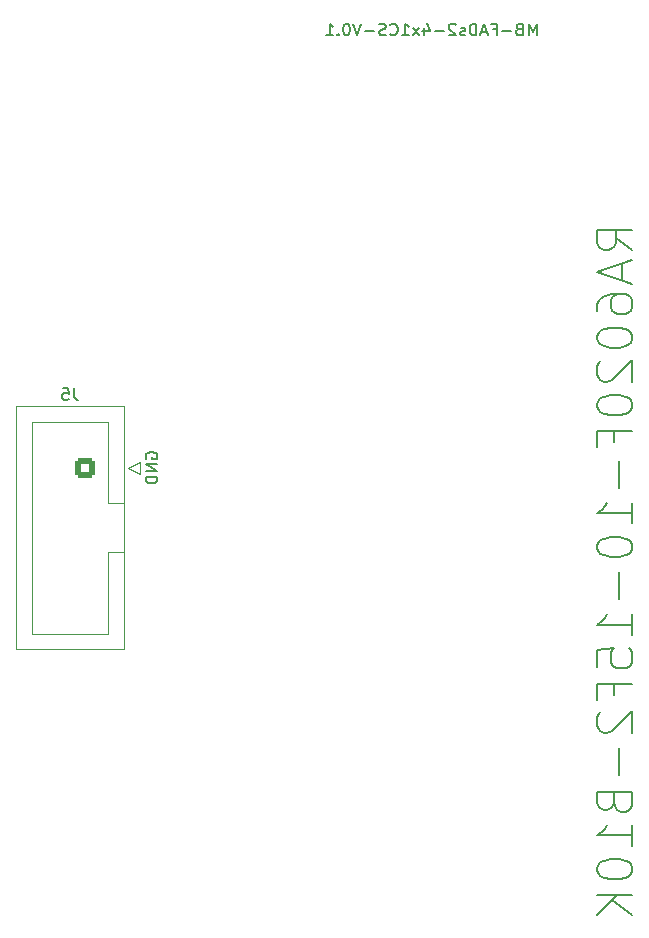
<source format=gbo>
G04 #@! TF.GenerationSoftware,KiCad,Pcbnew,(7.0.0)*
G04 #@! TF.CreationDate,2023-05-18T23:50:50+02:00*
G04 #@! TF.ProjectId,Fad_2,4661645f-322e-46b6-9963-61645f706362,rev?*
G04 #@! TF.SameCoordinates,Original*
G04 #@! TF.FileFunction,Legend,Bot*
G04 #@! TF.FilePolarity,Positive*
%FSLAX46Y46*%
G04 Gerber Fmt 4.6, Leading zero omitted, Abs format (unit mm)*
G04 Created by KiCad (PCBNEW (7.0.0)) date 2023-05-18 23:50:50*
%MOMM*%
%LPD*%
G01*
G04 APERTURE LIST*
G04 Aperture macros list*
%AMRoundRect*
0 Rectangle with rounded corners*
0 $1 Rounding radius*
0 $2 $3 $4 $5 $6 $7 $8 $9 X,Y pos of 4 corners*
0 Add a 4 corners polygon primitive as box body*
4,1,4,$2,$3,$4,$5,$6,$7,$8,$9,$2,$3,0*
0 Add four circle primitives for the rounded corners*
1,1,$1+$1,$2,$3*
1,1,$1+$1,$4,$5*
1,1,$1+$1,$6,$7*
1,1,$1+$1,$8,$9*
0 Add four rect primitives between the rounded corners*
20,1,$1+$1,$2,$3,$4,$5,0*
20,1,$1+$1,$4,$5,$6,$7,0*
20,1,$1+$1,$6,$7,$8,$9,0*
20,1,$1+$1,$8,$9,$2,$3,0*%
G04 Aperture macros list end*
%ADD10C,0.150000*%
%ADD11C,0.120000*%
%ADD12C,4.000000*%
%ADD13C,3.200000*%
%ADD14RoundRect,0.250000X0.600000X0.600000X-0.600000X0.600000X-0.600000X-0.600000X0.600000X-0.600000X0*%
%ADD15C,1.700000*%
G04 APERTURE END LIST*
D10*
X172602142Y-71485712D02*
X171173571Y-70485712D01*
X172602142Y-69771426D02*
X169602142Y-69771426D01*
X169602142Y-69771426D02*
X169602142Y-70914283D01*
X169602142Y-70914283D02*
X169745000Y-71199998D01*
X169745000Y-71199998D02*
X169887857Y-71342855D01*
X169887857Y-71342855D02*
X170173571Y-71485712D01*
X170173571Y-71485712D02*
X170602142Y-71485712D01*
X170602142Y-71485712D02*
X170887857Y-71342855D01*
X170887857Y-71342855D02*
X171030714Y-71199998D01*
X171030714Y-71199998D02*
X171173571Y-70914283D01*
X171173571Y-70914283D02*
X171173571Y-69771426D01*
X171745000Y-72628569D02*
X171745000Y-74057141D01*
X172602142Y-72342855D02*
X169602142Y-73342855D01*
X169602142Y-73342855D02*
X172602142Y-74342855D01*
X169602142Y-76628570D02*
X169602142Y-76057141D01*
X169602142Y-76057141D02*
X169745000Y-75771427D01*
X169745000Y-75771427D02*
X169887857Y-75628570D01*
X169887857Y-75628570D02*
X170316428Y-75342855D01*
X170316428Y-75342855D02*
X170887857Y-75199998D01*
X170887857Y-75199998D02*
X172030714Y-75199998D01*
X172030714Y-75199998D02*
X172316428Y-75342855D01*
X172316428Y-75342855D02*
X172459285Y-75485712D01*
X172459285Y-75485712D02*
X172602142Y-75771427D01*
X172602142Y-75771427D02*
X172602142Y-76342855D01*
X172602142Y-76342855D02*
X172459285Y-76628570D01*
X172459285Y-76628570D02*
X172316428Y-76771427D01*
X172316428Y-76771427D02*
X172030714Y-76914284D01*
X172030714Y-76914284D02*
X171316428Y-76914284D01*
X171316428Y-76914284D02*
X171030714Y-76771427D01*
X171030714Y-76771427D02*
X170887857Y-76628570D01*
X170887857Y-76628570D02*
X170745000Y-76342855D01*
X170745000Y-76342855D02*
X170745000Y-75771427D01*
X170745000Y-75771427D02*
X170887857Y-75485712D01*
X170887857Y-75485712D02*
X171030714Y-75342855D01*
X171030714Y-75342855D02*
X171316428Y-75199998D01*
X169602142Y-78771427D02*
X169602142Y-79057141D01*
X169602142Y-79057141D02*
X169745000Y-79342855D01*
X169745000Y-79342855D02*
X169887857Y-79485713D01*
X169887857Y-79485713D02*
X170173571Y-79628570D01*
X170173571Y-79628570D02*
X170745000Y-79771427D01*
X170745000Y-79771427D02*
X171459285Y-79771427D01*
X171459285Y-79771427D02*
X172030714Y-79628570D01*
X172030714Y-79628570D02*
X172316428Y-79485713D01*
X172316428Y-79485713D02*
X172459285Y-79342855D01*
X172459285Y-79342855D02*
X172602142Y-79057141D01*
X172602142Y-79057141D02*
X172602142Y-78771427D01*
X172602142Y-78771427D02*
X172459285Y-78485713D01*
X172459285Y-78485713D02*
X172316428Y-78342855D01*
X172316428Y-78342855D02*
X172030714Y-78199998D01*
X172030714Y-78199998D02*
X171459285Y-78057141D01*
X171459285Y-78057141D02*
X170745000Y-78057141D01*
X170745000Y-78057141D02*
X170173571Y-78199998D01*
X170173571Y-78199998D02*
X169887857Y-78342855D01*
X169887857Y-78342855D02*
X169745000Y-78485713D01*
X169745000Y-78485713D02*
X169602142Y-78771427D01*
X169887857Y-80914284D02*
X169745000Y-81057141D01*
X169745000Y-81057141D02*
X169602142Y-81342856D01*
X169602142Y-81342856D02*
X169602142Y-82057141D01*
X169602142Y-82057141D02*
X169745000Y-82342856D01*
X169745000Y-82342856D02*
X169887857Y-82485713D01*
X169887857Y-82485713D02*
X170173571Y-82628570D01*
X170173571Y-82628570D02*
X170459285Y-82628570D01*
X170459285Y-82628570D02*
X170887857Y-82485713D01*
X170887857Y-82485713D02*
X172602142Y-80771427D01*
X172602142Y-80771427D02*
X172602142Y-82628570D01*
X169602142Y-84485713D02*
X169602142Y-84771427D01*
X169602142Y-84771427D02*
X169745000Y-85057141D01*
X169745000Y-85057141D02*
X169887857Y-85199999D01*
X169887857Y-85199999D02*
X170173571Y-85342856D01*
X170173571Y-85342856D02*
X170745000Y-85485713D01*
X170745000Y-85485713D02*
X171459285Y-85485713D01*
X171459285Y-85485713D02*
X172030714Y-85342856D01*
X172030714Y-85342856D02*
X172316428Y-85199999D01*
X172316428Y-85199999D02*
X172459285Y-85057141D01*
X172459285Y-85057141D02*
X172602142Y-84771427D01*
X172602142Y-84771427D02*
X172602142Y-84485713D01*
X172602142Y-84485713D02*
X172459285Y-84199999D01*
X172459285Y-84199999D02*
X172316428Y-84057141D01*
X172316428Y-84057141D02*
X172030714Y-83914284D01*
X172030714Y-83914284D02*
X171459285Y-83771427D01*
X171459285Y-83771427D02*
X170745000Y-83771427D01*
X170745000Y-83771427D02*
X170173571Y-83914284D01*
X170173571Y-83914284D02*
X169887857Y-84057141D01*
X169887857Y-84057141D02*
X169745000Y-84199999D01*
X169745000Y-84199999D02*
X169602142Y-84485713D01*
X171030714Y-87771427D02*
X171030714Y-86771427D01*
X172602142Y-86771427D02*
X169602142Y-86771427D01*
X169602142Y-86771427D02*
X169602142Y-88199999D01*
X171459285Y-89342856D02*
X171459285Y-91628571D01*
X172602142Y-94628571D02*
X172602142Y-92914285D01*
X172602142Y-93771428D02*
X169602142Y-93771428D01*
X169602142Y-93771428D02*
X170030714Y-93485714D01*
X170030714Y-93485714D02*
X170316428Y-93199999D01*
X170316428Y-93199999D02*
X170459285Y-92914285D01*
X169602142Y-96485714D02*
X169602142Y-96771428D01*
X169602142Y-96771428D02*
X169745000Y-97057142D01*
X169745000Y-97057142D02*
X169887857Y-97200000D01*
X169887857Y-97200000D02*
X170173571Y-97342857D01*
X170173571Y-97342857D02*
X170745000Y-97485714D01*
X170745000Y-97485714D02*
X171459285Y-97485714D01*
X171459285Y-97485714D02*
X172030714Y-97342857D01*
X172030714Y-97342857D02*
X172316428Y-97200000D01*
X172316428Y-97200000D02*
X172459285Y-97057142D01*
X172459285Y-97057142D02*
X172602142Y-96771428D01*
X172602142Y-96771428D02*
X172602142Y-96485714D01*
X172602142Y-96485714D02*
X172459285Y-96200000D01*
X172459285Y-96200000D02*
X172316428Y-96057142D01*
X172316428Y-96057142D02*
X172030714Y-95914285D01*
X172030714Y-95914285D02*
X171459285Y-95771428D01*
X171459285Y-95771428D02*
X170745000Y-95771428D01*
X170745000Y-95771428D02*
X170173571Y-95914285D01*
X170173571Y-95914285D02*
X169887857Y-96057142D01*
X169887857Y-96057142D02*
X169745000Y-96200000D01*
X169745000Y-96200000D02*
X169602142Y-96485714D01*
X171459285Y-98771428D02*
X171459285Y-101057143D01*
X172602142Y-104057143D02*
X172602142Y-102342857D01*
X172602142Y-103200000D02*
X169602142Y-103200000D01*
X169602142Y-103200000D02*
X170030714Y-102914286D01*
X170030714Y-102914286D02*
X170316428Y-102628571D01*
X170316428Y-102628571D02*
X170459285Y-102342857D01*
X169602142Y-106771429D02*
X169602142Y-105342857D01*
X169602142Y-105342857D02*
X171030714Y-105200000D01*
X171030714Y-105200000D02*
X170887857Y-105342857D01*
X170887857Y-105342857D02*
X170745000Y-105628572D01*
X170745000Y-105628572D02*
X170745000Y-106342857D01*
X170745000Y-106342857D02*
X170887857Y-106628572D01*
X170887857Y-106628572D02*
X171030714Y-106771429D01*
X171030714Y-106771429D02*
X171316428Y-106914286D01*
X171316428Y-106914286D02*
X172030714Y-106914286D01*
X172030714Y-106914286D02*
X172316428Y-106771429D01*
X172316428Y-106771429D02*
X172459285Y-106628572D01*
X172459285Y-106628572D02*
X172602142Y-106342857D01*
X172602142Y-106342857D02*
X172602142Y-105628572D01*
X172602142Y-105628572D02*
X172459285Y-105342857D01*
X172459285Y-105342857D02*
X172316428Y-105200000D01*
X171030714Y-109200000D02*
X171030714Y-108200000D01*
X172602142Y-108200000D02*
X169602142Y-108200000D01*
X169602142Y-108200000D02*
X169602142Y-109628572D01*
X169887857Y-110628572D02*
X169745000Y-110771429D01*
X169745000Y-110771429D02*
X169602142Y-111057144D01*
X169602142Y-111057144D02*
X169602142Y-111771429D01*
X169602142Y-111771429D02*
X169745000Y-112057144D01*
X169745000Y-112057144D02*
X169887857Y-112200001D01*
X169887857Y-112200001D02*
X170173571Y-112342858D01*
X170173571Y-112342858D02*
X170459285Y-112342858D01*
X170459285Y-112342858D02*
X170887857Y-112200001D01*
X170887857Y-112200001D02*
X172602142Y-110485715D01*
X172602142Y-110485715D02*
X172602142Y-112342858D01*
X171459285Y-113628572D02*
X171459285Y-115914287D01*
X171030714Y-118342858D02*
X171173571Y-118771430D01*
X171173571Y-118771430D02*
X171316428Y-118914287D01*
X171316428Y-118914287D02*
X171602142Y-119057144D01*
X171602142Y-119057144D02*
X172030714Y-119057144D01*
X172030714Y-119057144D02*
X172316428Y-118914287D01*
X172316428Y-118914287D02*
X172459285Y-118771430D01*
X172459285Y-118771430D02*
X172602142Y-118485715D01*
X172602142Y-118485715D02*
X172602142Y-117342858D01*
X172602142Y-117342858D02*
X169602142Y-117342858D01*
X169602142Y-117342858D02*
X169602142Y-118342858D01*
X169602142Y-118342858D02*
X169745000Y-118628573D01*
X169745000Y-118628573D02*
X169887857Y-118771430D01*
X169887857Y-118771430D02*
X170173571Y-118914287D01*
X170173571Y-118914287D02*
X170459285Y-118914287D01*
X170459285Y-118914287D02*
X170745000Y-118771430D01*
X170745000Y-118771430D02*
X170887857Y-118628573D01*
X170887857Y-118628573D02*
X171030714Y-118342858D01*
X171030714Y-118342858D02*
X171030714Y-117342858D01*
X172602142Y-121914287D02*
X172602142Y-120200001D01*
X172602142Y-121057144D02*
X169602142Y-121057144D01*
X169602142Y-121057144D02*
X170030714Y-120771430D01*
X170030714Y-120771430D02*
X170316428Y-120485715D01*
X170316428Y-120485715D02*
X170459285Y-120200001D01*
X169602142Y-123771430D02*
X169602142Y-124057144D01*
X169602142Y-124057144D02*
X169745000Y-124342858D01*
X169745000Y-124342858D02*
X169887857Y-124485716D01*
X169887857Y-124485716D02*
X170173571Y-124628573D01*
X170173571Y-124628573D02*
X170745000Y-124771430D01*
X170745000Y-124771430D02*
X171459285Y-124771430D01*
X171459285Y-124771430D02*
X172030714Y-124628573D01*
X172030714Y-124628573D02*
X172316428Y-124485716D01*
X172316428Y-124485716D02*
X172459285Y-124342858D01*
X172459285Y-124342858D02*
X172602142Y-124057144D01*
X172602142Y-124057144D02*
X172602142Y-123771430D01*
X172602142Y-123771430D02*
X172459285Y-123485716D01*
X172459285Y-123485716D02*
X172316428Y-123342858D01*
X172316428Y-123342858D02*
X172030714Y-123200001D01*
X172030714Y-123200001D02*
X171459285Y-123057144D01*
X171459285Y-123057144D02*
X170745000Y-123057144D01*
X170745000Y-123057144D02*
X170173571Y-123200001D01*
X170173571Y-123200001D02*
X169887857Y-123342858D01*
X169887857Y-123342858D02*
X169745000Y-123485716D01*
X169745000Y-123485716D02*
X169602142Y-123771430D01*
X172602142Y-126057144D02*
X169602142Y-126057144D01*
X172602142Y-127771430D02*
X170887857Y-126485716D01*
X169602142Y-127771430D02*
X171316428Y-126057144D01*
X131430000Y-89161904D02*
X131382380Y-89066666D01*
X131382380Y-89066666D02*
X131382380Y-88923809D01*
X131382380Y-88923809D02*
X131430000Y-88780952D01*
X131430000Y-88780952D02*
X131525238Y-88685714D01*
X131525238Y-88685714D02*
X131620476Y-88638095D01*
X131620476Y-88638095D02*
X131810952Y-88590476D01*
X131810952Y-88590476D02*
X131953809Y-88590476D01*
X131953809Y-88590476D02*
X132144285Y-88638095D01*
X132144285Y-88638095D02*
X132239523Y-88685714D01*
X132239523Y-88685714D02*
X132334761Y-88780952D01*
X132334761Y-88780952D02*
X132382380Y-88923809D01*
X132382380Y-88923809D02*
X132382380Y-89019047D01*
X132382380Y-89019047D02*
X132334761Y-89161904D01*
X132334761Y-89161904D02*
X132287142Y-89209523D01*
X132287142Y-89209523D02*
X131953809Y-89209523D01*
X131953809Y-89209523D02*
X131953809Y-89019047D01*
X132382380Y-89638095D02*
X131382380Y-89638095D01*
X131382380Y-89638095D02*
X132382380Y-90209523D01*
X132382380Y-90209523D02*
X131382380Y-90209523D01*
X132382380Y-90685714D02*
X131382380Y-90685714D01*
X131382380Y-90685714D02*
X131382380Y-90923809D01*
X131382380Y-90923809D02*
X131430000Y-91066666D01*
X131430000Y-91066666D02*
X131525238Y-91161904D01*
X131525238Y-91161904D02*
X131620476Y-91209523D01*
X131620476Y-91209523D02*
X131810952Y-91257142D01*
X131810952Y-91257142D02*
X131953809Y-91257142D01*
X131953809Y-91257142D02*
X132144285Y-91209523D01*
X132144285Y-91209523D02*
X132239523Y-91161904D01*
X132239523Y-91161904D02*
X132334761Y-91066666D01*
X132334761Y-91066666D02*
X132382380Y-90923809D01*
X132382380Y-90923809D02*
X132382380Y-90685714D01*
X164480951Y-53317380D02*
X164480951Y-52317380D01*
X164480951Y-52317380D02*
X164147618Y-53031666D01*
X164147618Y-53031666D02*
X163814285Y-52317380D01*
X163814285Y-52317380D02*
X163814285Y-53317380D01*
X163004761Y-52793571D02*
X162861904Y-52841190D01*
X162861904Y-52841190D02*
X162814285Y-52888809D01*
X162814285Y-52888809D02*
X162766666Y-52984047D01*
X162766666Y-52984047D02*
X162766666Y-53126904D01*
X162766666Y-53126904D02*
X162814285Y-53222142D01*
X162814285Y-53222142D02*
X162861904Y-53269761D01*
X162861904Y-53269761D02*
X162957142Y-53317380D01*
X162957142Y-53317380D02*
X163338094Y-53317380D01*
X163338094Y-53317380D02*
X163338094Y-52317380D01*
X163338094Y-52317380D02*
X163004761Y-52317380D01*
X163004761Y-52317380D02*
X162909523Y-52365000D01*
X162909523Y-52365000D02*
X162861904Y-52412619D01*
X162861904Y-52412619D02*
X162814285Y-52507857D01*
X162814285Y-52507857D02*
X162814285Y-52603095D01*
X162814285Y-52603095D02*
X162861904Y-52698333D01*
X162861904Y-52698333D02*
X162909523Y-52745952D01*
X162909523Y-52745952D02*
X163004761Y-52793571D01*
X163004761Y-52793571D02*
X163338094Y-52793571D01*
X162338094Y-52936428D02*
X161576190Y-52936428D01*
X160766666Y-52793571D02*
X161099999Y-52793571D01*
X161099999Y-53317380D02*
X161099999Y-52317380D01*
X161099999Y-52317380D02*
X160623809Y-52317380D01*
X160290475Y-53031666D02*
X159814285Y-53031666D01*
X160385713Y-53317380D02*
X160052380Y-52317380D01*
X160052380Y-52317380D02*
X159719047Y-53317380D01*
X159385713Y-53317380D02*
X159385713Y-52317380D01*
X159385713Y-52317380D02*
X159147618Y-52317380D01*
X159147618Y-52317380D02*
X159004761Y-52365000D01*
X159004761Y-52365000D02*
X158909523Y-52460238D01*
X158909523Y-52460238D02*
X158861904Y-52555476D01*
X158861904Y-52555476D02*
X158814285Y-52745952D01*
X158814285Y-52745952D02*
X158814285Y-52888809D01*
X158814285Y-52888809D02*
X158861904Y-53079285D01*
X158861904Y-53079285D02*
X158909523Y-53174523D01*
X158909523Y-53174523D02*
X159004761Y-53269761D01*
X159004761Y-53269761D02*
X159147618Y-53317380D01*
X159147618Y-53317380D02*
X159385713Y-53317380D01*
X158433332Y-53269761D02*
X158338094Y-53317380D01*
X158338094Y-53317380D02*
X158147618Y-53317380D01*
X158147618Y-53317380D02*
X158052380Y-53269761D01*
X158052380Y-53269761D02*
X158004761Y-53174523D01*
X158004761Y-53174523D02*
X158004761Y-53126904D01*
X158004761Y-53126904D02*
X158052380Y-53031666D01*
X158052380Y-53031666D02*
X158147618Y-52984047D01*
X158147618Y-52984047D02*
X158290475Y-52984047D01*
X158290475Y-52984047D02*
X158385713Y-52936428D01*
X158385713Y-52936428D02*
X158433332Y-52841190D01*
X158433332Y-52841190D02*
X158433332Y-52793571D01*
X158433332Y-52793571D02*
X158385713Y-52698333D01*
X158385713Y-52698333D02*
X158290475Y-52650714D01*
X158290475Y-52650714D02*
X158147618Y-52650714D01*
X158147618Y-52650714D02*
X158052380Y-52698333D01*
X157623808Y-52412619D02*
X157576189Y-52365000D01*
X157576189Y-52365000D02*
X157480951Y-52317380D01*
X157480951Y-52317380D02*
X157242856Y-52317380D01*
X157242856Y-52317380D02*
X157147618Y-52365000D01*
X157147618Y-52365000D02*
X157099999Y-52412619D01*
X157099999Y-52412619D02*
X157052380Y-52507857D01*
X157052380Y-52507857D02*
X157052380Y-52603095D01*
X157052380Y-52603095D02*
X157099999Y-52745952D01*
X157099999Y-52745952D02*
X157671427Y-53317380D01*
X157671427Y-53317380D02*
X157052380Y-53317380D01*
X156623808Y-52936428D02*
X155861904Y-52936428D01*
X154957142Y-52650714D02*
X154957142Y-53317380D01*
X155195237Y-52269761D02*
X155433332Y-52984047D01*
X155433332Y-52984047D02*
X154814285Y-52984047D01*
X154528570Y-53317380D02*
X154004761Y-52650714D01*
X154528570Y-52650714D02*
X154004761Y-53317380D01*
X153099999Y-53317380D02*
X153671427Y-53317380D01*
X153385713Y-53317380D02*
X153385713Y-52317380D01*
X153385713Y-52317380D02*
X153480951Y-52460238D01*
X153480951Y-52460238D02*
X153576189Y-52555476D01*
X153576189Y-52555476D02*
X153671427Y-52603095D01*
X152099999Y-53222142D02*
X152147618Y-53269761D01*
X152147618Y-53269761D02*
X152290475Y-53317380D01*
X152290475Y-53317380D02*
X152385713Y-53317380D01*
X152385713Y-53317380D02*
X152528570Y-53269761D01*
X152528570Y-53269761D02*
X152623808Y-53174523D01*
X152623808Y-53174523D02*
X152671427Y-53079285D01*
X152671427Y-53079285D02*
X152719046Y-52888809D01*
X152719046Y-52888809D02*
X152719046Y-52745952D01*
X152719046Y-52745952D02*
X152671427Y-52555476D01*
X152671427Y-52555476D02*
X152623808Y-52460238D01*
X152623808Y-52460238D02*
X152528570Y-52365000D01*
X152528570Y-52365000D02*
X152385713Y-52317380D01*
X152385713Y-52317380D02*
X152290475Y-52317380D01*
X152290475Y-52317380D02*
X152147618Y-52365000D01*
X152147618Y-52365000D02*
X152099999Y-52412619D01*
X151719046Y-53269761D02*
X151576189Y-53317380D01*
X151576189Y-53317380D02*
X151338094Y-53317380D01*
X151338094Y-53317380D02*
X151242856Y-53269761D01*
X151242856Y-53269761D02*
X151195237Y-53222142D01*
X151195237Y-53222142D02*
X151147618Y-53126904D01*
X151147618Y-53126904D02*
X151147618Y-53031666D01*
X151147618Y-53031666D02*
X151195237Y-52936428D01*
X151195237Y-52936428D02*
X151242856Y-52888809D01*
X151242856Y-52888809D02*
X151338094Y-52841190D01*
X151338094Y-52841190D02*
X151528570Y-52793571D01*
X151528570Y-52793571D02*
X151623808Y-52745952D01*
X151623808Y-52745952D02*
X151671427Y-52698333D01*
X151671427Y-52698333D02*
X151719046Y-52603095D01*
X151719046Y-52603095D02*
X151719046Y-52507857D01*
X151719046Y-52507857D02*
X151671427Y-52412619D01*
X151671427Y-52412619D02*
X151623808Y-52365000D01*
X151623808Y-52365000D02*
X151528570Y-52317380D01*
X151528570Y-52317380D02*
X151290475Y-52317380D01*
X151290475Y-52317380D02*
X151147618Y-52365000D01*
X150719046Y-52936428D02*
X149957142Y-52936428D01*
X149623808Y-52317380D02*
X149290475Y-53317380D01*
X149290475Y-53317380D02*
X148957142Y-52317380D01*
X148433332Y-52317380D02*
X148338094Y-52317380D01*
X148338094Y-52317380D02*
X148242856Y-52365000D01*
X148242856Y-52365000D02*
X148195237Y-52412619D01*
X148195237Y-52412619D02*
X148147618Y-52507857D01*
X148147618Y-52507857D02*
X148099999Y-52698333D01*
X148099999Y-52698333D02*
X148099999Y-52936428D01*
X148099999Y-52936428D02*
X148147618Y-53126904D01*
X148147618Y-53126904D02*
X148195237Y-53222142D01*
X148195237Y-53222142D02*
X148242856Y-53269761D01*
X148242856Y-53269761D02*
X148338094Y-53317380D01*
X148338094Y-53317380D02*
X148433332Y-53317380D01*
X148433332Y-53317380D02*
X148528570Y-53269761D01*
X148528570Y-53269761D02*
X148576189Y-53222142D01*
X148576189Y-53222142D02*
X148623808Y-53126904D01*
X148623808Y-53126904D02*
X148671427Y-52936428D01*
X148671427Y-52936428D02*
X148671427Y-52698333D01*
X148671427Y-52698333D02*
X148623808Y-52507857D01*
X148623808Y-52507857D02*
X148576189Y-52412619D01*
X148576189Y-52412619D02*
X148528570Y-52365000D01*
X148528570Y-52365000D02*
X148433332Y-52317380D01*
X147671427Y-53222142D02*
X147623808Y-53269761D01*
X147623808Y-53269761D02*
X147671427Y-53317380D01*
X147671427Y-53317380D02*
X147719046Y-53269761D01*
X147719046Y-53269761D02*
X147671427Y-53222142D01*
X147671427Y-53222142D02*
X147671427Y-53317380D01*
X146671428Y-53317380D02*
X147242856Y-53317380D01*
X146957142Y-53317380D02*
X146957142Y-52317380D01*
X146957142Y-52317380D02*
X147052380Y-52460238D01*
X147052380Y-52460238D02*
X147147618Y-52555476D01*
X147147618Y-52555476D02*
X147242856Y-52603095D01*
X125315833Y-83187380D02*
X125315833Y-83901666D01*
X125315833Y-83901666D02*
X125363452Y-84044523D01*
X125363452Y-84044523D02*
X125458690Y-84139761D01*
X125458690Y-84139761D02*
X125601547Y-84187380D01*
X125601547Y-84187380D02*
X125696785Y-84187380D01*
X124363452Y-83187380D02*
X124839642Y-83187380D01*
X124839642Y-83187380D02*
X124887261Y-83663571D01*
X124887261Y-83663571D02*
X124839642Y-83615952D01*
X124839642Y-83615952D02*
X124744404Y-83568333D01*
X124744404Y-83568333D02*
X124506309Y-83568333D01*
X124506309Y-83568333D02*
X124411071Y-83615952D01*
X124411071Y-83615952D02*
X124363452Y-83663571D01*
X124363452Y-83663571D02*
X124315833Y-83758809D01*
X124315833Y-83758809D02*
X124315833Y-83996904D01*
X124315833Y-83996904D02*
X124363452Y-84092142D01*
X124363452Y-84092142D02*
X124411071Y-84139761D01*
X124411071Y-84139761D02*
X124506309Y-84187380D01*
X124506309Y-84187380D02*
X124744404Y-84187380D01*
X124744404Y-84187380D02*
X124839642Y-84139761D01*
X124839642Y-84139761D02*
X124887261Y-84092142D01*
D11*
X130932500Y-90420000D02*
X129932500Y-89920000D01*
X130932500Y-89420000D02*
X130932500Y-90420000D01*
X129932500Y-89920000D02*
X130932500Y-89420000D01*
X129542500Y-105290000D02*
X129542500Y-84710000D01*
X129542500Y-92950000D02*
X128232500Y-92950000D01*
X129542500Y-84710000D02*
X120422500Y-84710000D01*
X128232500Y-103990000D02*
X128232500Y-97050000D01*
X128232500Y-97050000D02*
X129542500Y-97050000D01*
X128232500Y-97050000D02*
X128232500Y-97050000D01*
X128232500Y-92950000D02*
X128232500Y-86010000D01*
X128232500Y-86010000D02*
X121732500Y-86010000D01*
X121732500Y-103990000D02*
X128232500Y-103990000D01*
X121732500Y-86010000D02*
X121732500Y-103990000D01*
X120422500Y-105290000D02*
X129542500Y-105290000D01*
X120422500Y-84710000D02*
X120422500Y-105290000D01*
%LPC*%
D12*
X165000000Y-135000000D03*
X160000000Y-60000000D03*
X160000000Y-140000000D03*
X165000000Y-65000000D03*
X90000000Y-135000000D03*
X85000000Y-60000000D03*
X85000000Y-140000000D03*
X90000000Y-65000000D03*
X140000000Y-135000000D03*
X135000000Y-60000000D03*
X135000000Y-140000000D03*
X140000000Y-65000000D03*
D13*
X100000000Y-75000000D03*
X79000000Y-146000000D03*
X150000000Y-125000000D03*
X100000000Y-125000000D03*
X171000000Y-54000000D03*
X79000000Y-54000000D03*
X150000000Y-75000000D03*
X171000000Y-146000000D03*
D12*
X115000000Y-135000000D03*
X110000000Y-60000000D03*
X110000000Y-140000000D03*
X115000000Y-65000000D03*
D14*
X126252500Y-89920000D03*
D15*
X123712500Y-89920000D03*
X126252500Y-92460000D03*
X123712500Y-92460000D03*
X126252500Y-95000000D03*
X123712500Y-95000000D03*
X126252500Y-97540000D03*
X123712500Y-97540000D03*
X126252500Y-100080000D03*
X123712500Y-100080000D03*
M02*

</source>
